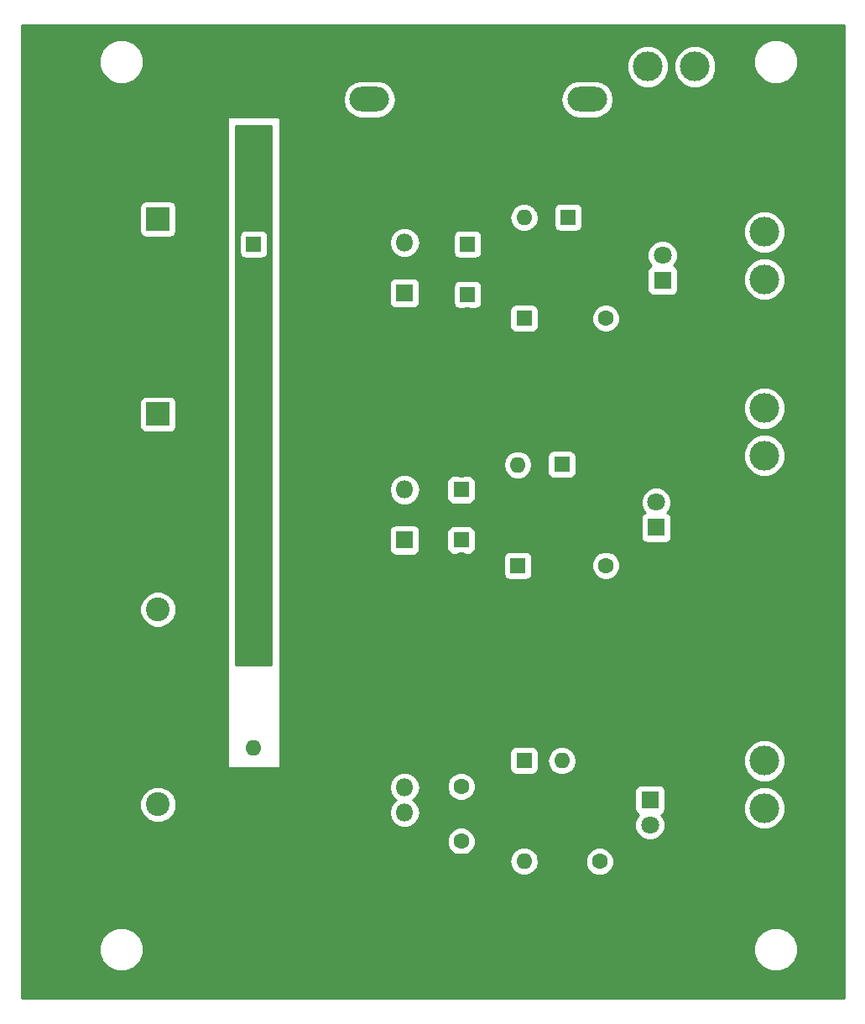
<source format=gbr>
G04 #@! TF.GenerationSoftware,KiCad,Pcbnew,(5.0.0)*
G04 #@! TF.CreationDate,2019-01-08T14:26:09-08:00*
G04 #@! TF.ProjectId,psu_board,7073755F626F6172642E6B696361645F,rev?*
G04 #@! TF.SameCoordinates,Original*
G04 #@! TF.FileFunction,Copper,L2,Bot,Signal*
G04 #@! TF.FilePolarity,Positive*
%FSLAX46Y46*%
G04 Gerber Fmt 4.6, Leading zero omitted, Abs format (unit mm)*
G04 Created by KiCad (PCBNEW (5.0.0)) date 01/08/19 14:26:09*
%MOMM*%
%LPD*%
G01*
G04 APERTURE LIST*
G04 #@! TA.AperFunction,ComponentPad*
%ADD10C,2.400000*%
G04 #@! TD*
G04 #@! TA.AperFunction,ComponentPad*
%ADD11R,2.400000X2.400000*%
G04 #@! TD*
G04 #@! TA.AperFunction,ComponentPad*
%ADD12C,1.600000*%
G04 #@! TD*
G04 #@! TA.AperFunction,ComponentPad*
%ADD13R,1.600000X1.600000*%
G04 #@! TD*
G04 #@! TA.AperFunction,ComponentPad*
%ADD14O,1.600000X1.600000*%
G04 #@! TD*
G04 #@! TA.AperFunction,ComponentPad*
%ADD15C,1.800000*%
G04 #@! TD*
G04 #@! TA.AperFunction,ComponentPad*
%ADD16R,1.800000X1.800000*%
G04 #@! TD*
G04 #@! TA.AperFunction,ComponentPad*
%ADD17O,1.800000X1.800000*%
G04 #@! TD*
G04 #@! TA.AperFunction,ComponentPad*
%ADD18O,4.000000X2.500000*%
G04 #@! TD*
G04 #@! TA.AperFunction,ComponentPad*
%ADD19C,3.000000*%
G04 #@! TD*
G04 #@! TA.AperFunction,Conductor*
%ADD20C,0.254000*%
G04 #@! TD*
G04 APERTURE END LIST*
D10*
G04 #@! TO.P,C2,2*
G04 #@! TO.N,GND*
X107315000Y-90170000D03*
D11*
G04 #@! TO.P,C2,1*
G04 #@! TO.N,Net-(C1-Pad1)*
X114815000Y-90170000D03*
G04 #@! TD*
G04 #@! TO.P,C7,1*
G04 #@! TO.N,GND*
X107315000Y-109855000D03*
D10*
G04 #@! TO.P,C7,2*
G04 #@! TO.N,Net-(C7-Pad2)*
X114815000Y-109855000D03*
G04 #@! TD*
G04 #@! TO.P,C8,2*
G04 #@! TO.N,Net-(C7-Pad2)*
X114815000Y-129540000D03*
D11*
G04 #@! TO.P,C8,1*
G04 #@! TO.N,GND*
X107315000Y-129540000D03*
G04 #@! TD*
D12*
G04 #@! TO.P,C6,2*
G04 #@! TO.N,GND*
X146050000Y-71025000D03*
D13*
G04 #@! TO.P,C6,1*
G04 #@! TO.N,+5V*
X146050000Y-73025000D03*
G04 #@! TD*
G04 #@! TO.P,C9,1*
G04 #@! TO.N,GND*
X145415000Y-135255000D03*
D12*
G04 #@! TO.P,C9,2*
G04 #@! TO.N,Net-(C7-Pad2)*
X145415000Y-133255000D03*
G04 #@! TD*
G04 #@! TO.P,C10,2*
G04 #@! TO.N,-12V*
X145415000Y-127730000D03*
D13*
G04 #@! TO.P,C10,1*
G04 #@! TO.N,GND*
X145415000Y-125730000D03*
G04 #@! TD*
D10*
G04 #@! TO.P,C1,2*
G04 #@! TO.N,GND*
X107315000Y-70485000D03*
D11*
G04 #@! TO.P,C1,1*
G04 #@! TO.N,Net-(C1-Pad1)*
X114815000Y-70485000D03*
G04 #@! TD*
D12*
G04 #@! TO.P,C3,2*
G04 #@! TO.N,GND*
X145415000Y-104870000D03*
D13*
G04 #@! TO.P,C3,1*
G04 #@! TO.N,Net-(C1-Pad1)*
X145415000Y-102870000D03*
G04 #@! TD*
G04 #@! TO.P,C4,1*
G04 #@! TO.N,+12V*
X145415000Y-97790000D03*
D12*
G04 #@! TO.P,C4,2*
G04 #@! TO.N,GND*
X145415000Y-95790000D03*
G04 #@! TD*
G04 #@! TO.P,C5,2*
G04 #@! TO.N,GND*
X146050000Y-80105000D03*
D13*
G04 #@! TO.P,C5,1*
G04 #@! TO.N,Net-(C1-Pad1)*
X146050000Y-78105000D03*
G04 #@! TD*
G04 #@! TO.P,D11,1*
G04 #@! TO.N,GND*
X155575000Y-135295000D03*
D14*
G04 #@! TO.P,D11,2*
G04 #@! TO.N,-12V*
X155575000Y-125135000D03*
G04 #@! TD*
G04 #@! TO.P,D5,2*
G04 #@! TO.N,+5V*
X151765000Y-70332500D03*
D13*
G04 #@! TO.P,D5,1*
G04 #@! TO.N,Net-(C1-Pad1)*
X151765000Y-80492500D03*
G04 #@! TD*
G04 #@! TO.P,D8,1*
G04 #@! TO.N,-12V*
X151765000Y-125095000D03*
D14*
G04 #@! TO.P,D8,2*
G04 #@! TO.N,Net-(C7-Pad2)*
X151765000Y-135255000D03*
G04 #@! TD*
G04 #@! TO.P,D9,2*
G04 #@! TO.N,Net-(C7-Pad2)*
X124460000Y-123825000D03*
D13*
G04 #@! TO.P,D9,1*
G04 #@! TO.N,Net-(D2-Pad2)*
X124460000Y-113665000D03*
G04 #@! TD*
G04 #@! TO.P,D2,1*
G04 #@! TO.N,Net-(C1-Pad1)*
X124460000Y-73025000D03*
D14*
G04 #@! TO.P,D2,2*
G04 #@! TO.N,Net-(D2-Pad2)*
X124460000Y-62865000D03*
G04 #@! TD*
G04 #@! TO.P,D1,2*
G04 #@! TO.N,+12V*
X151130000Y-95270000D03*
D13*
G04 #@! TO.P,D1,1*
G04 #@! TO.N,Net-(C1-Pad1)*
X151130000Y-105430000D03*
G04 #@! TD*
G04 #@! TO.P,D4,1*
G04 #@! TO.N,+12V*
X155575000Y-95230000D03*
D14*
G04 #@! TO.P,D4,2*
G04 #@! TO.N,GND*
X155575000Y-105390000D03*
G04 #@! TD*
G04 #@! TO.P,D7,2*
G04 #@! TO.N,GND*
X156210000Y-80452500D03*
D13*
G04 #@! TO.P,D7,1*
G04 #@! TO.N,+5V*
X156210000Y-70292500D03*
G04 #@! TD*
D15*
G04 #@! TO.P,D3,2*
G04 #@! TO.N,+12V*
X165100000Y-99065000D03*
D16*
G04 #@! TO.P,D3,1*
G04 #@! TO.N,Net-(D3-Pad1)*
X165100000Y-101605000D03*
G04 #@! TD*
G04 #@! TO.P,D10,1*
G04 #@! TO.N,-12V*
X164465000Y-129072500D03*
D15*
G04 #@! TO.P,D10,2*
G04 #@! TO.N,Net-(D10-Pad2)*
X164465000Y-131612500D03*
G04 #@! TD*
G04 #@! TO.P,D6,2*
G04 #@! TO.N,+5V*
X165735000Y-74127500D03*
D16*
G04 #@! TO.P,D6,1*
G04 #@! TO.N,Net-(D6-Pad1)*
X165735000Y-76667500D03*
G04 #@! TD*
D14*
G04 #@! TO.P,R1,2*
G04 #@! TO.N,GND*
X160020000Y-95270000D03*
D12*
G04 #@! TO.P,R1,1*
G04 #@! TO.N,Net-(D3-Pad1)*
X160020000Y-105430000D03*
G04 #@! TD*
G04 #@! TO.P,R2,1*
G04 #@! TO.N,Net-(D6-Pad1)*
X160020000Y-80492500D03*
D14*
G04 #@! TO.P,R2,2*
G04 #@! TO.N,GND*
X160020000Y-70332500D03*
G04 #@! TD*
G04 #@! TO.P,R3,2*
G04 #@! TO.N,GND*
X159385000Y-125135000D03*
D12*
G04 #@! TO.P,R3,1*
G04 #@! TO.N,Net-(D10-Pad2)*
X159385000Y-135295000D03*
G04 #@! TD*
D17*
G04 #@! TO.P,U2,3*
G04 #@! TO.N,+5V*
X139700000Y-72852500D03*
G04 #@! TO.P,U2,2*
G04 #@! TO.N,GND*
X139700000Y-75392500D03*
D16*
G04 #@! TO.P,U2,1*
G04 #@! TO.N,Net-(C1-Pad1)*
X139700000Y-77932500D03*
G04 #@! TD*
G04 #@! TO.P,U3,1*
G04 #@! TO.N,GND*
X139700000Y-132887500D03*
D17*
G04 #@! TO.P,U3,2*
G04 #@! TO.N,Net-(C7-Pad2)*
X139700000Y-130347500D03*
G04 #@! TO.P,U3,3*
G04 #@! TO.N,-12V*
X139700000Y-127807500D03*
G04 #@! TD*
G04 #@! TO.P,U1,3*
G04 #@! TO.N,+12V*
X139700000Y-97790000D03*
G04 #@! TO.P,U1,2*
G04 #@! TO.N,GND*
X139700000Y-100330000D03*
D16*
G04 #@! TO.P,U1,1*
G04 #@! TO.N,Net-(C1-Pad1)*
X139700000Y-102870000D03*
G04 #@! TD*
D18*
G04 #@! TO.P,F1,2*
G04 #@! TO.N,+12VA*
X158144000Y-58420000D03*
G04 #@! TO.P,F1,1*
G04 #@! TO.N,Net-(D2-Pad2)*
X136144000Y-58420000D03*
G04 #@! TD*
D19*
G04 #@! TO.P,J1,2*
G04 #@! TO.N,+12VA*
X169004000Y-55118000D03*
G04 #@! TO.P,J1,1*
X164244000Y-55118000D03*
G04 #@! TD*
G04 #@! TO.P,J2,2*
G04 #@! TO.N,+5V*
X176022000Y-71788000D03*
G04 #@! TO.P,J2,1*
X176022000Y-76548000D03*
G04 #@! TD*
G04 #@! TO.P,J3,1*
G04 #@! TO.N,+12V*
X176022000Y-94328000D03*
G04 #@! TO.P,J3,2*
X176022000Y-89568000D03*
G04 #@! TD*
G04 #@! TO.P,J4,2*
G04 #@! TO.N,GND*
X176022000Y-107348000D03*
G04 #@! TO.P,J4,1*
X176022000Y-112108000D03*
G04 #@! TD*
G04 #@! TO.P,J5,1*
G04 #@! TO.N,-12V*
X176022000Y-129888000D03*
G04 #@! TO.P,J5,2*
X176022000Y-125128000D03*
G04 #@! TD*
G04 #@! TO.P,J6,1*
G04 #@! TO.N,GND*
X124112000Y-55118000D03*
G04 #@! TO.P,J6,2*
X128872000Y-55118000D03*
G04 #@! TD*
D20*
G04 #@! TO.N,GND*
G36*
X184023000Y-149098000D02*
X101092000Y-149098000D01*
X101092000Y-143700431D01*
X108890000Y-143700431D01*
X108890000Y-144589569D01*
X109230259Y-145411026D01*
X109858974Y-146039741D01*
X110680431Y-146380000D01*
X111569569Y-146380000D01*
X112391026Y-146039741D01*
X113019741Y-145411026D01*
X113360000Y-144589569D01*
X113360000Y-143700431D01*
X174930000Y-143700431D01*
X174930000Y-144589569D01*
X175270259Y-145411026D01*
X175898974Y-146039741D01*
X176720431Y-146380000D01*
X177609569Y-146380000D01*
X178431026Y-146039741D01*
X179059741Y-145411026D01*
X179400000Y-144589569D01*
X179400000Y-143700431D01*
X179059741Y-142878974D01*
X178431026Y-142250259D01*
X177609569Y-141910000D01*
X176720431Y-141910000D01*
X175898974Y-142250259D01*
X175270259Y-142878974D01*
X174930000Y-143700431D01*
X113360000Y-143700431D01*
X113019741Y-142878974D01*
X112391026Y-142250259D01*
X111569569Y-141910000D01*
X110680431Y-141910000D01*
X109858974Y-142250259D01*
X109230259Y-142878974D01*
X108890000Y-143700431D01*
X101092000Y-143700431D01*
X101092000Y-135255000D01*
X150301887Y-135255000D01*
X150413260Y-135814909D01*
X150730423Y-136289577D01*
X151205091Y-136606740D01*
X151623667Y-136690000D01*
X151906333Y-136690000D01*
X152324909Y-136606740D01*
X152799577Y-136289577D01*
X153116740Y-135814909D01*
X153228113Y-135255000D01*
X153179293Y-135009561D01*
X157950000Y-135009561D01*
X157950000Y-135580439D01*
X158168466Y-136107862D01*
X158572138Y-136511534D01*
X159099561Y-136730000D01*
X159670439Y-136730000D01*
X160197862Y-136511534D01*
X160601534Y-136107862D01*
X160820000Y-135580439D01*
X160820000Y-135009561D01*
X160601534Y-134482138D01*
X160197862Y-134078466D01*
X159670439Y-133860000D01*
X159099561Y-133860000D01*
X158572138Y-134078466D01*
X158168466Y-134482138D01*
X157950000Y-135009561D01*
X153179293Y-135009561D01*
X153116740Y-134695091D01*
X152799577Y-134220423D01*
X152324909Y-133903260D01*
X151906333Y-133820000D01*
X151623667Y-133820000D01*
X151205091Y-133903260D01*
X150730423Y-134220423D01*
X150413260Y-134695091D01*
X150301887Y-135255000D01*
X101092000Y-135255000D01*
X101092000Y-132969561D01*
X143980000Y-132969561D01*
X143980000Y-133540439D01*
X144198466Y-134067862D01*
X144602138Y-134471534D01*
X145129561Y-134690000D01*
X145700439Y-134690000D01*
X146227862Y-134471534D01*
X146631534Y-134067862D01*
X146850000Y-133540439D01*
X146850000Y-132969561D01*
X146631534Y-132442138D01*
X146227862Y-132038466D01*
X145700439Y-131820000D01*
X145129561Y-131820000D01*
X144602138Y-132038466D01*
X144198466Y-132442138D01*
X143980000Y-132969561D01*
X101092000Y-132969561D01*
X101092000Y-129174996D01*
X112980000Y-129174996D01*
X112980000Y-129905004D01*
X113259362Y-130579444D01*
X113775556Y-131095638D01*
X114449996Y-131375000D01*
X115180004Y-131375000D01*
X115854444Y-131095638D01*
X116370638Y-130579444D01*
X116650000Y-129905004D01*
X116650000Y-129174996D01*
X116370638Y-128500556D01*
X115854444Y-127984362D01*
X115427462Y-127807500D01*
X138134928Y-127807500D01*
X138254062Y-128406427D01*
X138593327Y-128914173D01*
X138837763Y-129077500D01*
X138593327Y-129240827D01*
X138254062Y-129748573D01*
X138134928Y-130347500D01*
X138254062Y-130946427D01*
X138593327Y-131454173D01*
X139101073Y-131793438D01*
X139548818Y-131882500D01*
X139851182Y-131882500D01*
X140298927Y-131793438D01*
X140806673Y-131454173D01*
X141145938Y-130946427D01*
X141265072Y-130347500D01*
X141145938Y-129748573D01*
X140806673Y-129240827D01*
X140562237Y-129077500D01*
X140806673Y-128914173D01*
X141145938Y-128406427D01*
X141265072Y-127807500D01*
X141192879Y-127444561D01*
X143980000Y-127444561D01*
X143980000Y-128015439D01*
X144198466Y-128542862D01*
X144602138Y-128946534D01*
X145129561Y-129165000D01*
X145700439Y-129165000D01*
X146227862Y-128946534D01*
X146631534Y-128542862D01*
X146784943Y-128172500D01*
X162917560Y-128172500D01*
X162917560Y-129972500D01*
X162966843Y-130220265D01*
X163107191Y-130430309D01*
X163317235Y-130570657D01*
X163332908Y-130573775D01*
X163163690Y-130742993D01*
X162930000Y-131307170D01*
X162930000Y-131917830D01*
X163163690Y-132482007D01*
X163595493Y-132913810D01*
X164159670Y-133147500D01*
X164770330Y-133147500D01*
X165334507Y-132913810D01*
X165766310Y-132482007D01*
X166000000Y-131917830D01*
X166000000Y-131307170D01*
X165766310Y-130742993D01*
X165597092Y-130573775D01*
X165612765Y-130570657D01*
X165822809Y-130430309D01*
X165963157Y-130220265D01*
X166012440Y-129972500D01*
X166012440Y-129463322D01*
X173887000Y-129463322D01*
X173887000Y-130312678D01*
X174212034Y-131097380D01*
X174812620Y-131697966D01*
X175597322Y-132023000D01*
X176446678Y-132023000D01*
X177231380Y-131697966D01*
X177831966Y-131097380D01*
X178157000Y-130312678D01*
X178157000Y-129463322D01*
X177831966Y-128678620D01*
X177231380Y-128078034D01*
X176446678Y-127753000D01*
X175597322Y-127753000D01*
X174812620Y-128078034D01*
X174212034Y-128678620D01*
X173887000Y-129463322D01*
X166012440Y-129463322D01*
X166012440Y-128172500D01*
X165963157Y-127924735D01*
X165822809Y-127714691D01*
X165612765Y-127574343D01*
X165365000Y-127525060D01*
X163565000Y-127525060D01*
X163317235Y-127574343D01*
X163107191Y-127714691D01*
X162966843Y-127924735D01*
X162917560Y-128172500D01*
X146784943Y-128172500D01*
X146850000Y-128015439D01*
X146850000Y-127444561D01*
X146631534Y-126917138D01*
X146227862Y-126513466D01*
X145700439Y-126295000D01*
X145129561Y-126295000D01*
X144602138Y-126513466D01*
X144198466Y-126917138D01*
X143980000Y-127444561D01*
X141192879Y-127444561D01*
X141145938Y-127208573D01*
X140806673Y-126700827D01*
X140298927Y-126361562D01*
X139851182Y-126272500D01*
X139548818Y-126272500D01*
X139101073Y-126361562D01*
X138593327Y-126700827D01*
X138254062Y-127208573D01*
X138134928Y-127807500D01*
X115427462Y-127807500D01*
X115180004Y-127705000D01*
X114449996Y-127705000D01*
X113775556Y-127984362D01*
X113259362Y-128500556D01*
X112980000Y-129174996D01*
X101092000Y-129174996D01*
X101092000Y-109489996D01*
X112980000Y-109489996D01*
X112980000Y-110220004D01*
X113259362Y-110894444D01*
X113775556Y-111410638D01*
X114449996Y-111690000D01*
X115180004Y-111690000D01*
X115854444Y-111410638D01*
X116370638Y-110894444D01*
X116650000Y-110220004D01*
X116650000Y-109489996D01*
X116370638Y-108815556D01*
X115854444Y-108299362D01*
X115180004Y-108020000D01*
X114449996Y-108020000D01*
X113775556Y-108299362D01*
X113259362Y-108815556D01*
X112980000Y-109489996D01*
X101092000Y-109489996D01*
X101092000Y-88970000D01*
X112967560Y-88970000D01*
X112967560Y-91370000D01*
X113016843Y-91617765D01*
X113157191Y-91827809D01*
X113367235Y-91968157D01*
X113615000Y-92017440D01*
X116015000Y-92017440D01*
X116262765Y-91968157D01*
X116472809Y-91827809D01*
X116613157Y-91617765D01*
X116662440Y-91370000D01*
X116662440Y-88970000D01*
X116613157Y-88722235D01*
X116472809Y-88512191D01*
X116262765Y-88371843D01*
X116015000Y-88322560D01*
X113615000Y-88322560D01*
X113367235Y-88371843D01*
X113157191Y-88512191D01*
X113016843Y-88722235D01*
X112967560Y-88970000D01*
X101092000Y-88970000D01*
X101092000Y-69285000D01*
X112967560Y-69285000D01*
X112967560Y-71685000D01*
X113016843Y-71932765D01*
X113157191Y-72142809D01*
X113367235Y-72283157D01*
X113615000Y-72332440D01*
X116015000Y-72332440D01*
X116262765Y-72283157D01*
X116472809Y-72142809D01*
X116613157Y-71932765D01*
X116662440Y-71685000D01*
X116662440Y-69285000D01*
X116613157Y-69037235D01*
X116472809Y-68827191D01*
X116262765Y-68686843D01*
X116015000Y-68637560D01*
X113615000Y-68637560D01*
X113367235Y-68686843D01*
X113157191Y-68827191D01*
X113016843Y-69037235D01*
X112967560Y-69285000D01*
X101092000Y-69285000D01*
X101092000Y-60325000D01*
X121793000Y-60325000D01*
X121793000Y-125730000D01*
X121802667Y-125778601D01*
X121830197Y-125819803D01*
X121871399Y-125847333D01*
X121920000Y-125857000D01*
X127000000Y-125857000D01*
X127048601Y-125847333D01*
X127089803Y-125819803D01*
X127117333Y-125778601D01*
X127127000Y-125730000D01*
X127127000Y-124295000D01*
X150317560Y-124295000D01*
X150317560Y-125895000D01*
X150366843Y-126142765D01*
X150507191Y-126352809D01*
X150717235Y-126493157D01*
X150965000Y-126542440D01*
X152565000Y-126542440D01*
X152812765Y-126493157D01*
X153022809Y-126352809D01*
X153163157Y-126142765D01*
X153212440Y-125895000D01*
X153212440Y-125135000D01*
X154111887Y-125135000D01*
X154223260Y-125694909D01*
X154540423Y-126169577D01*
X155015091Y-126486740D01*
X155433667Y-126570000D01*
X155716333Y-126570000D01*
X156134909Y-126486740D01*
X156609577Y-126169577D01*
X156926740Y-125694909D01*
X157038113Y-125135000D01*
X156952247Y-124703322D01*
X173887000Y-124703322D01*
X173887000Y-125552678D01*
X174212034Y-126337380D01*
X174812620Y-126937966D01*
X175597322Y-127263000D01*
X176446678Y-127263000D01*
X177231380Y-126937966D01*
X177831966Y-126337380D01*
X178157000Y-125552678D01*
X178157000Y-124703322D01*
X177831966Y-123918620D01*
X177231380Y-123318034D01*
X176446678Y-122993000D01*
X175597322Y-122993000D01*
X174812620Y-123318034D01*
X174212034Y-123918620D01*
X173887000Y-124703322D01*
X156952247Y-124703322D01*
X156926740Y-124575091D01*
X156609577Y-124100423D01*
X156134909Y-123783260D01*
X155716333Y-123700000D01*
X155433667Y-123700000D01*
X155015091Y-123783260D01*
X154540423Y-124100423D01*
X154223260Y-124575091D01*
X154111887Y-125135000D01*
X153212440Y-125135000D01*
X153212440Y-124295000D01*
X153163157Y-124047235D01*
X153022809Y-123837191D01*
X152812765Y-123696843D01*
X152565000Y-123647560D01*
X150965000Y-123647560D01*
X150717235Y-123696843D01*
X150507191Y-123837191D01*
X150366843Y-124047235D01*
X150317560Y-124295000D01*
X127127000Y-124295000D01*
X127127000Y-104630000D01*
X149682560Y-104630000D01*
X149682560Y-106230000D01*
X149731843Y-106477765D01*
X149872191Y-106687809D01*
X150082235Y-106828157D01*
X150330000Y-106877440D01*
X151930000Y-106877440D01*
X152177765Y-106828157D01*
X152387809Y-106687809D01*
X152528157Y-106477765D01*
X152577440Y-106230000D01*
X152577440Y-105144561D01*
X158585000Y-105144561D01*
X158585000Y-105715439D01*
X158803466Y-106242862D01*
X159207138Y-106646534D01*
X159734561Y-106865000D01*
X160305439Y-106865000D01*
X160832862Y-106646534D01*
X161236534Y-106242862D01*
X161455000Y-105715439D01*
X161455000Y-105144561D01*
X161236534Y-104617138D01*
X160832862Y-104213466D01*
X160305439Y-103995000D01*
X159734561Y-103995000D01*
X159207138Y-104213466D01*
X158803466Y-104617138D01*
X158585000Y-105144561D01*
X152577440Y-105144561D01*
X152577440Y-104630000D01*
X152528157Y-104382235D01*
X152387809Y-104172191D01*
X152177765Y-104031843D01*
X151930000Y-103982560D01*
X150330000Y-103982560D01*
X150082235Y-104031843D01*
X149872191Y-104172191D01*
X149731843Y-104382235D01*
X149682560Y-104630000D01*
X127127000Y-104630000D01*
X127127000Y-101970000D01*
X138152560Y-101970000D01*
X138152560Y-103770000D01*
X138201843Y-104017765D01*
X138342191Y-104227809D01*
X138552235Y-104368157D01*
X138800000Y-104417440D01*
X140600000Y-104417440D01*
X140847765Y-104368157D01*
X141057809Y-104227809D01*
X141198157Y-104017765D01*
X141247440Y-103770000D01*
X141247440Y-102070000D01*
X143967560Y-102070000D01*
X143967560Y-103670000D01*
X144016843Y-103917765D01*
X144157191Y-104127809D01*
X144367235Y-104268157D01*
X144615000Y-104317440D01*
X146215000Y-104317440D01*
X146462765Y-104268157D01*
X146672809Y-104127809D01*
X146813157Y-103917765D01*
X146862440Y-103670000D01*
X146862440Y-102070000D01*
X146813157Y-101822235D01*
X146672809Y-101612191D01*
X146462765Y-101471843D01*
X146215000Y-101422560D01*
X144615000Y-101422560D01*
X144367235Y-101471843D01*
X144157191Y-101612191D01*
X144016843Y-101822235D01*
X143967560Y-102070000D01*
X141247440Y-102070000D01*
X141247440Y-101970000D01*
X141198157Y-101722235D01*
X141057809Y-101512191D01*
X140847765Y-101371843D01*
X140600000Y-101322560D01*
X138800000Y-101322560D01*
X138552235Y-101371843D01*
X138342191Y-101512191D01*
X138201843Y-101722235D01*
X138152560Y-101970000D01*
X127127000Y-101970000D01*
X127127000Y-100705000D01*
X163552560Y-100705000D01*
X163552560Y-102505000D01*
X163601843Y-102752765D01*
X163742191Y-102962809D01*
X163952235Y-103103157D01*
X164200000Y-103152440D01*
X166000000Y-103152440D01*
X166247765Y-103103157D01*
X166457809Y-102962809D01*
X166598157Y-102752765D01*
X166647440Y-102505000D01*
X166647440Y-100705000D01*
X166598157Y-100457235D01*
X166457809Y-100247191D01*
X166247765Y-100106843D01*
X166232092Y-100103725D01*
X166401310Y-99934507D01*
X166635000Y-99370330D01*
X166635000Y-98759670D01*
X166401310Y-98195493D01*
X165969507Y-97763690D01*
X165405330Y-97530000D01*
X164794670Y-97530000D01*
X164230493Y-97763690D01*
X163798690Y-98195493D01*
X163565000Y-98759670D01*
X163565000Y-99370330D01*
X163798690Y-99934507D01*
X163967908Y-100103725D01*
X163952235Y-100106843D01*
X163742191Y-100247191D01*
X163601843Y-100457235D01*
X163552560Y-100705000D01*
X127127000Y-100705000D01*
X127127000Y-97790000D01*
X138134928Y-97790000D01*
X138254062Y-98388927D01*
X138593327Y-98896673D01*
X139101073Y-99235938D01*
X139548818Y-99325000D01*
X139851182Y-99325000D01*
X140298927Y-99235938D01*
X140806673Y-98896673D01*
X141145938Y-98388927D01*
X141265072Y-97790000D01*
X141145938Y-97191073D01*
X141011586Y-96990000D01*
X143967560Y-96990000D01*
X143967560Y-98590000D01*
X144016843Y-98837765D01*
X144157191Y-99047809D01*
X144367235Y-99188157D01*
X144615000Y-99237440D01*
X146215000Y-99237440D01*
X146462765Y-99188157D01*
X146672809Y-99047809D01*
X146813157Y-98837765D01*
X146862440Y-98590000D01*
X146862440Y-96990000D01*
X146813157Y-96742235D01*
X146672809Y-96532191D01*
X146462765Y-96391843D01*
X146215000Y-96342560D01*
X144615000Y-96342560D01*
X144367235Y-96391843D01*
X144157191Y-96532191D01*
X144016843Y-96742235D01*
X143967560Y-96990000D01*
X141011586Y-96990000D01*
X140806673Y-96683327D01*
X140298927Y-96344062D01*
X139851182Y-96255000D01*
X139548818Y-96255000D01*
X139101073Y-96344062D01*
X138593327Y-96683327D01*
X138254062Y-97191073D01*
X138134928Y-97790000D01*
X127127000Y-97790000D01*
X127127000Y-95270000D01*
X149666887Y-95270000D01*
X149778260Y-95829909D01*
X150095423Y-96304577D01*
X150570091Y-96621740D01*
X150988667Y-96705000D01*
X151271333Y-96705000D01*
X151689909Y-96621740D01*
X152164577Y-96304577D01*
X152481740Y-95829909D01*
X152593113Y-95270000D01*
X152481740Y-94710091D01*
X152294590Y-94430000D01*
X154127560Y-94430000D01*
X154127560Y-96030000D01*
X154176843Y-96277765D01*
X154317191Y-96487809D01*
X154527235Y-96628157D01*
X154775000Y-96677440D01*
X156375000Y-96677440D01*
X156622765Y-96628157D01*
X156832809Y-96487809D01*
X156973157Y-96277765D01*
X157022440Y-96030000D01*
X157022440Y-94430000D01*
X156973157Y-94182235D01*
X156832809Y-93972191D01*
X156729741Y-93903322D01*
X173887000Y-93903322D01*
X173887000Y-94752678D01*
X174212034Y-95537380D01*
X174812620Y-96137966D01*
X175597322Y-96463000D01*
X176446678Y-96463000D01*
X177231380Y-96137966D01*
X177831966Y-95537380D01*
X178157000Y-94752678D01*
X178157000Y-93903322D01*
X177831966Y-93118620D01*
X177231380Y-92518034D01*
X176446678Y-92193000D01*
X175597322Y-92193000D01*
X174812620Y-92518034D01*
X174212034Y-93118620D01*
X173887000Y-93903322D01*
X156729741Y-93903322D01*
X156622765Y-93831843D01*
X156375000Y-93782560D01*
X154775000Y-93782560D01*
X154527235Y-93831843D01*
X154317191Y-93972191D01*
X154176843Y-94182235D01*
X154127560Y-94430000D01*
X152294590Y-94430000D01*
X152164577Y-94235423D01*
X151689909Y-93918260D01*
X151271333Y-93835000D01*
X150988667Y-93835000D01*
X150570091Y-93918260D01*
X150095423Y-94235423D01*
X149778260Y-94710091D01*
X149666887Y-95270000D01*
X127127000Y-95270000D01*
X127127000Y-89143322D01*
X173887000Y-89143322D01*
X173887000Y-89992678D01*
X174212034Y-90777380D01*
X174812620Y-91377966D01*
X175597322Y-91703000D01*
X176446678Y-91703000D01*
X177231380Y-91377966D01*
X177831966Y-90777380D01*
X178157000Y-89992678D01*
X178157000Y-89143322D01*
X177831966Y-88358620D01*
X177231380Y-87758034D01*
X176446678Y-87433000D01*
X175597322Y-87433000D01*
X174812620Y-87758034D01*
X174212034Y-88358620D01*
X173887000Y-89143322D01*
X127127000Y-89143322D01*
X127127000Y-79692500D01*
X150317560Y-79692500D01*
X150317560Y-81292500D01*
X150366843Y-81540265D01*
X150507191Y-81750309D01*
X150717235Y-81890657D01*
X150965000Y-81939940D01*
X152565000Y-81939940D01*
X152812765Y-81890657D01*
X153022809Y-81750309D01*
X153163157Y-81540265D01*
X153212440Y-81292500D01*
X153212440Y-80207061D01*
X158585000Y-80207061D01*
X158585000Y-80777939D01*
X158803466Y-81305362D01*
X159207138Y-81709034D01*
X159734561Y-81927500D01*
X160305439Y-81927500D01*
X160832862Y-81709034D01*
X161236534Y-81305362D01*
X161455000Y-80777939D01*
X161455000Y-80207061D01*
X161236534Y-79679638D01*
X160832862Y-79275966D01*
X160305439Y-79057500D01*
X159734561Y-79057500D01*
X159207138Y-79275966D01*
X158803466Y-79679638D01*
X158585000Y-80207061D01*
X153212440Y-80207061D01*
X153212440Y-79692500D01*
X153163157Y-79444735D01*
X153022809Y-79234691D01*
X152812765Y-79094343D01*
X152565000Y-79045060D01*
X150965000Y-79045060D01*
X150717235Y-79094343D01*
X150507191Y-79234691D01*
X150366843Y-79444735D01*
X150317560Y-79692500D01*
X127127000Y-79692500D01*
X127127000Y-77032500D01*
X138152560Y-77032500D01*
X138152560Y-78832500D01*
X138201843Y-79080265D01*
X138342191Y-79290309D01*
X138552235Y-79430657D01*
X138800000Y-79479940D01*
X140600000Y-79479940D01*
X140847765Y-79430657D01*
X141057809Y-79290309D01*
X141198157Y-79080265D01*
X141247440Y-78832500D01*
X141247440Y-77305000D01*
X144602560Y-77305000D01*
X144602560Y-78905000D01*
X144651843Y-79152765D01*
X144792191Y-79362809D01*
X145002235Y-79503157D01*
X145250000Y-79552440D01*
X146850000Y-79552440D01*
X147097765Y-79503157D01*
X147307809Y-79362809D01*
X147448157Y-79152765D01*
X147497440Y-78905000D01*
X147497440Y-77305000D01*
X147448157Y-77057235D01*
X147307809Y-76847191D01*
X147097765Y-76706843D01*
X146850000Y-76657560D01*
X145250000Y-76657560D01*
X145002235Y-76706843D01*
X144792191Y-76847191D01*
X144651843Y-77057235D01*
X144602560Y-77305000D01*
X141247440Y-77305000D01*
X141247440Y-77032500D01*
X141198157Y-76784735D01*
X141057809Y-76574691D01*
X140847765Y-76434343D01*
X140600000Y-76385060D01*
X138800000Y-76385060D01*
X138552235Y-76434343D01*
X138342191Y-76574691D01*
X138201843Y-76784735D01*
X138152560Y-77032500D01*
X127127000Y-77032500D01*
X127127000Y-75767500D01*
X164187560Y-75767500D01*
X164187560Y-77567500D01*
X164236843Y-77815265D01*
X164377191Y-78025309D01*
X164587235Y-78165657D01*
X164835000Y-78214940D01*
X166635000Y-78214940D01*
X166882765Y-78165657D01*
X167092809Y-78025309D01*
X167233157Y-77815265D01*
X167282440Y-77567500D01*
X167282440Y-76123322D01*
X173887000Y-76123322D01*
X173887000Y-76972678D01*
X174212034Y-77757380D01*
X174812620Y-78357966D01*
X175597322Y-78683000D01*
X176446678Y-78683000D01*
X177231380Y-78357966D01*
X177831966Y-77757380D01*
X178157000Y-76972678D01*
X178157000Y-76123322D01*
X177831966Y-75338620D01*
X177231380Y-74738034D01*
X176446678Y-74413000D01*
X175597322Y-74413000D01*
X174812620Y-74738034D01*
X174212034Y-75338620D01*
X173887000Y-76123322D01*
X167282440Y-76123322D01*
X167282440Y-75767500D01*
X167233157Y-75519735D01*
X167092809Y-75309691D01*
X166882765Y-75169343D01*
X166867092Y-75166225D01*
X167036310Y-74997007D01*
X167270000Y-74432830D01*
X167270000Y-73822170D01*
X167036310Y-73257993D01*
X166604507Y-72826190D01*
X166040330Y-72592500D01*
X165429670Y-72592500D01*
X164865493Y-72826190D01*
X164433690Y-73257993D01*
X164200000Y-73822170D01*
X164200000Y-74432830D01*
X164433690Y-74997007D01*
X164602908Y-75166225D01*
X164587235Y-75169343D01*
X164377191Y-75309691D01*
X164236843Y-75519735D01*
X164187560Y-75767500D01*
X127127000Y-75767500D01*
X127127000Y-72852500D01*
X138134928Y-72852500D01*
X138254062Y-73451427D01*
X138593327Y-73959173D01*
X139101073Y-74298438D01*
X139548818Y-74387500D01*
X139851182Y-74387500D01*
X140298927Y-74298438D01*
X140806673Y-73959173D01*
X141145938Y-73451427D01*
X141265072Y-72852500D01*
X141145938Y-72253573D01*
X141126847Y-72225000D01*
X144602560Y-72225000D01*
X144602560Y-73825000D01*
X144651843Y-74072765D01*
X144792191Y-74282809D01*
X145002235Y-74423157D01*
X145250000Y-74472440D01*
X146850000Y-74472440D01*
X147097765Y-74423157D01*
X147307809Y-74282809D01*
X147448157Y-74072765D01*
X147497440Y-73825000D01*
X147497440Y-72225000D01*
X147448157Y-71977235D01*
X147307809Y-71767191D01*
X147097765Y-71626843D01*
X146850000Y-71577560D01*
X145250000Y-71577560D01*
X145002235Y-71626843D01*
X144792191Y-71767191D01*
X144651843Y-71977235D01*
X144602560Y-72225000D01*
X141126847Y-72225000D01*
X140806673Y-71745827D01*
X140298927Y-71406562D01*
X139851182Y-71317500D01*
X139548818Y-71317500D01*
X139101073Y-71406562D01*
X138593327Y-71745827D01*
X138254062Y-72253573D01*
X138134928Y-72852500D01*
X127127000Y-72852500D01*
X127127000Y-70332500D01*
X150301887Y-70332500D01*
X150413260Y-70892409D01*
X150730423Y-71367077D01*
X151205091Y-71684240D01*
X151623667Y-71767500D01*
X151906333Y-71767500D01*
X152324909Y-71684240D01*
X152799577Y-71367077D01*
X153116740Y-70892409D01*
X153228113Y-70332500D01*
X153116740Y-69772591D01*
X152929590Y-69492500D01*
X154762560Y-69492500D01*
X154762560Y-71092500D01*
X154811843Y-71340265D01*
X154952191Y-71550309D01*
X155162235Y-71690657D01*
X155410000Y-71739940D01*
X157010000Y-71739940D01*
X157257765Y-71690657D01*
X157467809Y-71550309D01*
X157592750Y-71363322D01*
X173887000Y-71363322D01*
X173887000Y-72212678D01*
X174212034Y-72997380D01*
X174812620Y-73597966D01*
X175597322Y-73923000D01*
X176446678Y-73923000D01*
X177231380Y-73597966D01*
X177831966Y-72997380D01*
X178157000Y-72212678D01*
X178157000Y-71363322D01*
X177831966Y-70578620D01*
X177231380Y-69978034D01*
X176446678Y-69653000D01*
X175597322Y-69653000D01*
X174812620Y-69978034D01*
X174212034Y-70578620D01*
X173887000Y-71363322D01*
X157592750Y-71363322D01*
X157608157Y-71340265D01*
X157657440Y-71092500D01*
X157657440Y-69492500D01*
X157608157Y-69244735D01*
X157467809Y-69034691D01*
X157257765Y-68894343D01*
X157010000Y-68845060D01*
X155410000Y-68845060D01*
X155162235Y-68894343D01*
X154952191Y-69034691D01*
X154811843Y-69244735D01*
X154762560Y-69492500D01*
X152929590Y-69492500D01*
X152799577Y-69297923D01*
X152324909Y-68980760D01*
X151906333Y-68897500D01*
X151623667Y-68897500D01*
X151205091Y-68980760D01*
X150730423Y-69297923D01*
X150413260Y-69772591D01*
X150301887Y-70332500D01*
X127127000Y-70332500D01*
X127127000Y-60325000D01*
X127117333Y-60276399D01*
X127089803Y-60235197D01*
X127048601Y-60207667D01*
X127000000Y-60198000D01*
X121920000Y-60198000D01*
X121871399Y-60207667D01*
X121830197Y-60235197D01*
X121802667Y-60276399D01*
X121793000Y-60325000D01*
X101092000Y-60325000D01*
X101092000Y-58420000D01*
X133472071Y-58420000D01*
X133618369Y-59155490D01*
X134034991Y-59779009D01*
X134658510Y-60195631D01*
X135208345Y-60305000D01*
X137079655Y-60305000D01*
X137629490Y-60195631D01*
X138253009Y-59779009D01*
X138669631Y-59155490D01*
X138815929Y-58420000D01*
X155472071Y-58420000D01*
X155618369Y-59155490D01*
X156034991Y-59779009D01*
X156658510Y-60195631D01*
X157208345Y-60305000D01*
X159079655Y-60305000D01*
X159629490Y-60195631D01*
X160253009Y-59779009D01*
X160669631Y-59155490D01*
X160815929Y-58420000D01*
X160669631Y-57684510D01*
X160253009Y-57060991D01*
X159629490Y-56644369D01*
X159079655Y-56535000D01*
X157208345Y-56535000D01*
X156658510Y-56644369D01*
X156034991Y-57060991D01*
X155618369Y-57684510D01*
X155472071Y-58420000D01*
X138815929Y-58420000D01*
X138669631Y-57684510D01*
X138253009Y-57060991D01*
X137629490Y-56644369D01*
X137079655Y-56535000D01*
X135208345Y-56535000D01*
X134658510Y-56644369D01*
X134034991Y-57060991D01*
X133618369Y-57684510D01*
X133472071Y-58420000D01*
X101092000Y-58420000D01*
X101092000Y-54165431D01*
X108890000Y-54165431D01*
X108890000Y-55054569D01*
X109230259Y-55876026D01*
X109858974Y-56504741D01*
X110680431Y-56845000D01*
X111569569Y-56845000D01*
X112391026Y-56504741D01*
X113019741Y-55876026D01*
X113360000Y-55054569D01*
X113360000Y-54693322D01*
X162109000Y-54693322D01*
X162109000Y-55542678D01*
X162434034Y-56327380D01*
X163034620Y-56927966D01*
X163819322Y-57253000D01*
X164668678Y-57253000D01*
X165453380Y-56927966D01*
X166053966Y-56327380D01*
X166379000Y-55542678D01*
X166379000Y-54693322D01*
X166869000Y-54693322D01*
X166869000Y-55542678D01*
X167194034Y-56327380D01*
X167794620Y-56927966D01*
X168579322Y-57253000D01*
X169428678Y-57253000D01*
X170213380Y-56927966D01*
X170813966Y-56327380D01*
X171139000Y-55542678D01*
X171139000Y-54693322D01*
X170920341Y-54165431D01*
X174930000Y-54165431D01*
X174930000Y-55054569D01*
X175270259Y-55876026D01*
X175898974Y-56504741D01*
X176720431Y-56845000D01*
X177609569Y-56845000D01*
X178431026Y-56504741D01*
X179059741Y-55876026D01*
X179400000Y-55054569D01*
X179400000Y-54165431D01*
X179059741Y-53343974D01*
X178431026Y-52715259D01*
X177609569Y-52375000D01*
X176720431Y-52375000D01*
X175898974Y-52715259D01*
X175270259Y-53343974D01*
X174930000Y-54165431D01*
X170920341Y-54165431D01*
X170813966Y-53908620D01*
X170213380Y-53308034D01*
X169428678Y-52983000D01*
X168579322Y-52983000D01*
X167794620Y-53308034D01*
X167194034Y-53908620D01*
X166869000Y-54693322D01*
X166379000Y-54693322D01*
X166053966Y-53908620D01*
X165453380Y-53308034D01*
X164668678Y-52983000D01*
X163819322Y-52983000D01*
X163034620Y-53308034D01*
X162434034Y-53908620D01*
X162109000Y-54693322D01*
X113360000Y-54693322D01*
X113360000Y-54165431D01*
X113019741Y-53343974D01*
X112391026Y-52715259D01*
X111569569Y-52375000D01*
X110680431Y-52375000D01*
X109858974Y-52715259D01*
X109230259Y-53343974D01*
X108890000Y-54165431D01*
X101092000Y-54165431D01*
X101092000Y-50927000D01*
X184023000Y-50927000D01*
X184023000Y-149098000D01*
X184023000Y-149098000D01*
G37*
X184023000Y-149098000D02*
X101092000Y-149098000D01*
X101092000Y-143700431D01*
X108890000Y-143700431D01*
X108890000Y-144589569D01*
X109230259Y-145411026D01*
X109858974Y-146039741D01*
X110680431Y-146380000D01*
X111569569Y-146380000D01*
X112391026Y-146039741D01*
X113019741Y-145411026D01*
X113360000Y-144589569D01*
X113360000Y-143700431D01*
X174930000Y-143700431D01*
X174930000Y-144589569D01*
X175270259Y-145411026D01*
X175898974Y-146039741D01*
X176720431Y-146380000D01*
X177609569Y-146380000D01*
X178431026Y-146039741D01*
X179059741Y-145411026D01*
X179400000Y-144589569D01*
X179400000Y-143700431D01*
X179059741Y-142878974D01*
X178431026Y-142250259D01*
X177609569Y-141910000D01*
X176720431Y-141910000D01*
X175898974Y-142250259D01*
X175270259Y-142878974D01*
X174930000Y-143700431D01*
X113360000Y-143700431D01*
X113019741Y-142878974D01*
X112391026Y-142250259D01*
X111569569Y-141910000D01*
X110680431Y-141910000D01*
X109858974Y-142250259D01*
X109230259Y-142878974D01*
X108890000Y-143700431D01*
X101092000Y-143700431D01*
X101092000Y-135255000D01*
X150301887Y-135255000D01*
X150413260Y-135814909D01*
X150730423Y-136289577D01*
X151205091Y-136606740D01*
X151623667Y-136690000D01*
X151906333Y-136690000D01*
X152324909Y-136606740D01*
X152799577Y-136289577D01*
X153116740Y-135814909D01*
X153228113Y-135255000D01*
X153179293Y-135009561D01*
X157950000Y-135009561D01*
X157950000Y-135580439D01*
X158168466Y-136107862D01*
X158572138Y-136511534D01*
X159099561Y-136730000D01*
X159670439Y-136730000D01*
X160197862Y-136511534D01*
X160601534Y-136107862D01*
X160820000Y-135580439D01*
X160820000Y-135009561D01*
X160601534Y-134482138D01*
X160197862Y-134078466D01*
X159670439Y-133860000D01*
X159099561Y-133860000D01*
X158572138Y-134078466D01*
X158168466Y-134482138D01*
X157950000Y-135009561D01*
X153179293Y-135009561D01*
X153116740Y-134695091D01*
X152799577Y-134220423D01*
X152324909Y-133903260D01*
X151906333Y-133820000D01*
X151623667Y-133820000D01*
X151205091Y-133903260D01*
X150730423Y-134220423D01*
X150413260Y-134695091D01*
X150301887Y-135255000D01*
X101092000Y-135255000D01*
X101092000Y-132969561D01*
X143980000Y-132969561D01*
X143980000Y-133540439D01*
X144198466Y-134067862D01*
X144602138Y-134471534D01*
X145129561Y-134690000D01*
X145700439Y-134690000D01*
X146227862Y-134471534D01*
X146631534Y-134067862D01*
X146850000Y-133540439D01*
X146850000Y-132969561D01*
X146631534Y-132442138D01*
X146227862Y-132038466D01*
X145700439Y-131820000D01*
X145129561Y-131820000D01*
X144602138Y-132038466D01*
X144198466Y-132442138D01*
X143980000Y-132969561D01*
X101092000Y-132969561D01*
X101092000Y-129174996D01*
X112980000Y-129174996D01*
X112980000Y-129905004D01*
X113259362Y-130579444D01*
X113775556Y-131095638D01*
X114449996Y-131375000D01*
X115180004Y-131375000D01*
X115854444Y-131095638D01*
X116370638Y-130579444D01*
X116650000Y-129905004D01*
X116650000Y-129174996D01*
X116370638Y-128500556D01*
X115854444Y-127984362D01*
X115427462Y-127807500D01*
X138134928Y-127807500D01*
X138254062Y-128406427D01*
X138593327Y-128914173D01*
X138837763Y-129077500D01*
X138593327Y-129240827D01*
X138254062Y-129748573D01*
X138134928Y-130347500D01*
X138254062Y-130946427D01*
X138593327Y-131454173D01*
X139101073Y-131793438D01*
X139548818Y-131882500D01*
X139851182Y-131882500D01*
X140298927Y-131793438D01*
X140806673Y-131454173D01*
X141145938Y-130946427D01*
X141265072Y-130347500D01*
X141145938Y-129748573D01*
X140806673Y-129240827D01*
X140562237Y-129077500D01*
X140806673Y-128914173D01*
X141145938Y-128406427D01*
X141265072Y-127807500D01*
X141192879Y-127444561D01*
X143980000Y-127444561D01*
X143980000Y-128015439D01*
X144198466Y-128542862D01*
X144602138Y-128946534D01*
X145129561Y-129165000D01*
X145700439Y-129165000D01*
X146227862Y-128946534D01*
X146631534Y-128542862D01*
X146784943Y-128172500D01*
X162917560Y-128172500D01*
X162917560Y-129972500D01*
X162966843Y-130220265D01*
X163107191Y-130430309D01*
X163317235Y-130570657D01*
X163332908Y-130573775D01*
X163163690Y-130742993D01*
X162930000Y-131307170D01*
X162930000Y-131917830D01*
X163163690Y-132482007D01*
X163595493Y-132913810D01*
X164159670Y-133147500D01*
X164770330Y-133147500D01*
X165334507Y-132913810D01*
X165766310Y-132482007D01*
X166000000Y-131917830D01*
X166000000Y-131307170D01*
X165766310Y-130742993D01*
X165597092Y-130573775D01*
X165612765Y-130570657D01*
X165822809Y-130430309D01*
X165963157Y-130220265D01*
X166012440Y-129972500D01*
X166012440Y-129463322D01*
X173887000Y-129463322D01*
X173887000Y-130312678D01*
X174212034Y-131097380D01*
X174812620Y-131697966D01*
X175597322Y-132023000D01*
X176446678Y-132023000D01*
X177231380Y-131697966D01*
X177831966Y-131097380D01*
X178157000Y-130312678D01*
X178157000Y-129463322D01*
X177831966Y-128678620D01*
X177231380Y-128078034D01*
X176446678Y-127753000D01*
X175597322Y-127753000D01*
X174812620Y-128078034D01*
X174212034Y-128678620D01*
X173887000Y-129463322D01*
X166012440Y-129463322D01*
X166012440Y-128172500D01*
X165963157Y-127924735D01*
X165822809Y-127714691D01*
X165612765Y-127574343D01*
X165365000Y-127525060D01*
X163565000Y-127525060D01*
X163317235Y-127574343D01*
X163107191Y-127714691D01*
X162966843Y-127924735D01*
X162917560Y-128172500D01*
X146784943Y-128172500D01*
X146850000Y-128015439D01*
X146850000Y-127444561D01*
X146631534Y-126917138D01*
X146227862Y-126513466D01*
X145700439Y-126295000D01*
X145129561Y-126295000D01*
X144602138Y-126513466D01*
X144198466Y-126917138D01*
X143980000Y-127444561D01*
X141192879Y-127444561D01*
X141145938Y-127208573D01*
X140806673Y-126700827D01*
X140298927Y-126361562D01*
X139851182Y-126272500D01*
X139548818Y-126272500D01*
X139101073Y-126361562D01*
X138593327Y-126700827D01*
X138254062Y-127208573D01*
X138134928Y-127807500D01*
X115427462Y-127807500D01*
X115180004Y-127705000D01*
X114449996Y-127705000D01*
X113775556Y-127984362D01*
X113259362Y-128500556D01*
X112980000Y-129174996D01*
X101092000Y-129174996D01*
X101092000Y-109489996D01*
X112980000Y-109489996D01*
X112980000Y-110220004D01*
X113259362Y-110894444D01*
X113775556Y-111410638D01*
X114449996Y-111690000D01*
X115180004Y-111690000D01*
X115854444Y-111410638D01*
X116370638Y-110894444D01*
X116650000Y-110220004D01*
X116650000Y-109489996D01*
X116370638Y-108815556D01*
X115854444Y-108299362D01*
X115180004Y-108020000D01*
X114449996Y-108020000D01*
X113775556Y-108299362D01*
X113259362Y-108815556D01*
X112980000Y-109489996D01*
X101092000Y-109489996D01*
X101092000Y-88970000D01*
X112967560Y-88970000D01*
X112967560Y-91370000D01*
X113016843Y-91617765D01*
X113157191Y-91827809D01*
X113367235Y-91968157D01*
X113615000Y-92017440D01*
X116015000Y-92017440D01*
X116262765Y-91968157D01*
X116472809Y-91827809D01*
X116613157Y-91617765D01*
X116662440Y-91370000D01*
X116662440Y-88970000D01*
X116613157Y-88722235D01*
X116472809Y-88512191D01*
X116262765Y-88371843D01*
X116015000Y-88322560D01*
X113615000Y-88322560D01*
X113367235Y-88371843D01*
X113157191Y-88512191D01*
X113016843Y-88722235D01*
X112967560Y-88970000D01*
X101092000Y-88970000D01*
X101092000Y-69285000D01*
X112967560Y-69285000D01*
X112967560Y-71685000D01*
X113016843Y-71932765D01*
X113157191Y-72142809D01*
X113367235Y-72283157D01*
X113615000Y-72332440D01*
X116015000Y-72332440D01*
X116262765Y-72283157D01*
X116472809Y-72142809D01*
X116613157Y-71932765D01*
X116662440Y-71685000D01*
X116662440Y-69285000D01*
X116613157Y-69037235D01*
X116472809Y-68827191D01*
X116262765Y-68686843D01*
X116015000Y-68637560D01*
X113615000Y-68637560D01*
X113367235Y-68686843D01*
X113157191Y-68827191D01*
X113016843Y-69037235D01*
X112967560Y-69285000D01*
X101092000Y-69285000D01*
X101092000Y-60325000D01*
X121793000Y-60325000D01*
X121793000Y-125730000D01*
X121802667Y-125778601D01*
X121830197Y-125819803D01*
X121871399Y-125847333D01*
X121920000Y-125857000D01*
X127000000Y-125857000D01*
X127048601Y-125847333D01*
X127089803Y-125819803D01*
X127117333Y-125778601D01*
X127127000Y-125730000D01*
X127127000Y-124295000D01*
X150317560Y-124295000D01*
X150317560Y-125895000D01*
X150366843Y-126142765D01*
X150507191Y-126352809D01*
X150717235Y-126493157D01*
X150965000Y-126542440D01*
X152565000Y-126542440D01*
X152812765Y-126493157D01*
X153022809Y-126352809D01*
X153163157Y-126142765D01*
X153212440Y-125895000D01*
X153212440Y-125135000D01*
X154111887Y-125135000D01*
X154223260Y-125694909D01*
X154540423Y-126169577D01*
X155015091Y-126486740D01*
X155433667Y-126570000D01*
X155716333Y-126570000D01*
X156134909Y-126486740D01*
X156609577Y-126169577D01*
X156926740Y-125694909D01*
X157038113Y-125135000D01*
X156952247Y-124703322D01*
X173887000Y-124703322D01*
X173887000Y-125552678D01*
X174212034Y-126337380D01*
X174812620Y-126937966D01*
X175597322Y-127263000D01*
X176446678Y-127263000D01*
X177231380Y-126937966D01*
X177831966Y-126337380D01*
X178157000Y-125552678D01*
X178157000Y-124703322D01*
X177831966Y-123918620D01*
X177231380Y-123318034D01*
X176446678Y-122993000D01*
X175597322Y-122993000D01*
X174812620Y-123318034D01*
X174212034Y-123918620D01*
X173887000Y-124703322D01*
X156952247Y-124703322D01*
X156926740Y-124575091D01*
X156609577Y-124100423D01*
X156134909Y-123783260D01*
X155716333Y-123700000D01*
X155433667Y-123700000D01*
X155015091Y-123783260D01*
X154540423Y-124100423D01*
X154223260Y-124575091D01*
X154111887Y-125135000D01*
X153212440Y-125135000D01*
X153212440Y-124295000D01*
X153163157Y-124047235D01*
X153022809Y-123837191D01*
X152812765Y-123696843D01*
X152565000Y-123647560D01*
X150965000Y-123647560D01*
X150717235Y-123696843D01*
X150507191Y-123837191D01*
X150366843Y-124047235D01*
X150317560Y-124295000D01*
X127127000Y-124295000D01*
X127127000Y-104630000D01*
X149682560Y-104630000D01*
X149682560Y-106230000D01*
X149731843Y-106477765D01*
X149872191Y-106687809D01*
X150082235Y-106828157D01*
X150330000Y-106877440D01*
X151930000Y-106877440D01*
X152177765Y-106828157D01*
X152387809Y-106687809D01*
X152528157Y-106477765D01*
X152577440Y-106230000D01*
X152577440Y-105144561D01*
X158585000Y-105144561D01*
X158585000Y-105715439D01*
X158803466Y-106242862D01*
X159207138Y-106646534D01*
X159734561Y-106865000D01*
X160305439Y-106865000D01*
X160832862Y-106646534D01*
X161236534Y-106242862D01*
X161455000Y-105715439D01*
X161455000Y-105144561D01*
X161236534Y-104617138D01*
X160832862Y-104213466D01*
X160305439Y-103995000D01*
X159734561Y-103995000D01*
X159207138Y-104213466D01*
X158803466Y-104617138D01*
X158585000Y-105144561D01*
X152577440Y-105144561D01*
X152577440Y-104630000D01*
X152528157Y-104382235D01*
X152387809Y-104172191D01*
X152177765Y-104031843D01*
X151930000Y-103982560D01*
X150330000Y-103982560D01*
X150082235Y-104031843D01*
X149872191Y-104172191D01*
X149731843Y-104382235D01*
X149682560Y-104630000D01*
X127127000Y-104630000D01*
X127127000Y-101970000D01*
X138152560Y-101970000D01*
X138152560Y-103770000D01*
X138201843Y-104017765D01*
X138342191Y-104227809D01*
X138552235Y-104368157D01*
X138800000Y-104417440D01*
X140600000Y-104417440D01*
X140847765Y-104368157D01*
X141057809Y-104227809D01*
X141198157Y-104017765D01*
X141247440Y-103770000D01*
X141247440Y-102070000D01*
X143967560Y-102070000D01*
X143967560Y-103670000D01*
X144016843Y-103917765D01*
X144157191Y-104127809D01*
X144367235Y-104268157D01*
X144615000Y-104317440D01*
X146215000Y-104317440D01*
X146462765Y-104268157D01*
X146672809Y-104127809D01*
X146813157Y-103917765D01*
X146862440Y-103670000D01*
X146862440Y-102070000D01*
X146813157Y-101822235D01*
X146672809Y-101612191D01*
X146462765Y-101471843D01*
X146215000Y-101422560D01*
X144615000Y-101422560D01*
X144367235Y-101471843D01*
X144157191Y-101612191D01*
X144016843Y-101822235D01*
X143967560Y-102070000D01*
X141247440Y-102070000D01*
X141247440Y-101970000D01*
X141198157Y-101722235D01*
X141057809Y-101512191D01*
X140847765Y-101371843D01*
X140600000Y-101322560D01*
X138800000Y-101322560D01*
X138552235Y-101371843D01*
X138342191Y-101512191D01*
X138201843Y-101722235D01*
X138152560Y-101970000D01*
X127127000Y-101970000D01*
X127127000Y-100705000D01*
X163552560Y-100705000D01*
X163552560Y-102505000D01*
X163601843Y-102752765D01*
X163742191Y-102962809D01*
X163952235Y-103103157D01*
X164200000Y-103152440D01*
X166000000Y-103152440D01*
X166247765Y-103103157D01*
X166457809Y-102962809D01*
X166598157Y-102752765D01*
X166647440Y-102505000D01*
X166647440Y-100705000D01*
X166598157Y-100457235D01*
X166457809Y-100247191D01*
X166247765Y-100106843D01*
X166232092Y-100103725D01*
X166401310Y-99934507D01*
X166635000Y-99370330D01*
X166635000Y-98759670D01*
X166401310Y-98195493D01*
X165969507Y-97763690D01*
X165405330Y-97530000D01*
X164794670Y-97530000D01*
X164230493Y-97763690D01*
X163798690Y-98195493D01*
X163565000Y-98759670D01*
X163565000Y-99370330D01*
X163798690Y-99934507D01*
X163967908Y-100103725D01*
X163952235Y-100106843D01*
X163742191Y-100247191D01*
X163601843Y-100457235D01*
X163552560Y-100705000D01*
X127127000Y-100705000D01*
X127127000Y-97790000D01*
X138134928Y-97790000D01*
X138254062Y-98388927D01*
X138593327Y-98896673D01*
X139101073Y-99235938D01*
X139548818Y-99325000D01*
X139851182Y-99325000D01*
X140298927Y-99235938D01*
X140806673Y-98896673D01*
X141145938Y-98388927D01*
X141265072Y-97790000D01*
X141145938Y-97191073D01*
X141011586Y-96990000D01*
X143967560Y-96990000D01*
X143967560Y-98590000D01*
X144016843Y-98837765D01*
X144157191Y-99047809D01*
X144367235Y-99188157D01*
X144615000Y-99237440D01*
X146215000Y-99237440D01*
X146462765Y-99188157D01*
X146672809Y-99047809D01*
X146813157Y-98837765D01*
X146862440Y-98590000D01*
X146862440Y-96990000D01*
X146813157Y-96742235D01*
X146672809Y-96532191D01*
X146462765Y-96391843D01*
X146215000Y-96342560D01*
X144615000Y-96342560D01*
X144367235Y-96391843D01*
X144157191Y-96532191D01*
X144016843Y-96742235D01*
X143967560Y-96990000D01*
X141011586Y-96990000D01*
X140806673Y-96683327D01*
X140298927Y-96344062D01*
X139851182Y-96255000D01*
X139548818Y-96255000D01*
X139101073Y-96344062D01*
X138593327Y-96683327D01*
X138254062Y-97191073D01*
X138134928Y-97790000D01*
X127127000Y-97790000D01*
X127127000Y-95270000D01*
X149666887Y-95270000D01*
X149778260Y-95829909D01*
X150095423Y-96304577D01*
X150570091Y-96621740D01*
X150988667Y-96705000D01*
X151271333Y-96705000D01*
X151689909Y-96621740D01*
X152164577Y-96304577D01*
X152481740Y-95829909D01*
X152593113Y-95270000D01*
X152481740Y-94710091D01*
X152294590Y-94430000D01*
X154127560Y-94430000D01*
X154127560Y-96030000D01*
X154176843Y-96277765D01*
X154317191Y-96487809D01*
X154527235Y-96628157D01*
X154775000Y-96677440D01*
X156375000Y-96677440D01*
X156622765Y-96628157D01*
X156832809Y-96487809D01*
X156973157Y-96277765D01*
X157022440Y-96030000D01*
X157022440Y-94430000D01*
X156973157Y-94182235D01*
X156832809Y-93972191D01*
X156729741Y-93903322D01*
X173887000Y-93903322D01*
X173887000Y-94752678D01*
X174212034Y-95537380D01*
X174812620Y-96137966D01*
X175597322Y-96463000D01*
X176446678Y-96463000D01*
X177231380Y-96137966D01*
X177831966Y-95537380D01*
X178157000Y-94752678D01*
X178157000Y-93903322D01*
X177831966Y-93118620D01*
X177231380Y-92518034D01*
X176446678Y-92193000D01*
X175597322Y-92193000D01*
X174812620Y-92518034D01*
X174212034Y-93118620D01*
X173887000Y-93903322D01*
X156729741Y-93903322D01*
X156622765Y-93831843D01*
X156375000Y-93782560D01*
X154775000Y-93782560D01*
X154527235Y-93831843D01*
X154317191Y-93972191D01*
X154176843Y-94182235D01*
X154127560Y-94430000D01*
X152294590Y-94430000D01*
X152164577Y-94235423D01*
X151689909Y-93918260D01*
X151271333Y-93835000D01*
X150988667Y-93835000D01*
X150570091Y-93918260D01*
X150095423Y-94235423D01*
X149778260Y-94710091D01*
X149666887Y-95270000D01*
X127127000Y-95270000D01*
X127127000Y-89143322D01*
X173887000Y-89143322D01*
X173887000Y-89992678D01*
X174212034Y-90777380D01*
X174812620Y-91377966D01*
X175597322Y-91703000D01*
X176446678Y-91703000D01*
X177231380Y-91377966D01*
X177831966Y-90777380D01*
X178157000Y-89992678D01*
X178157000Y-89143322D01*
X177831966Y-88358620D01*
X177231380Y-87758034D01*
X176446678Y-87433000D01*
X175597322Y-87433000D01*
X174812620Y-87758034D01*
X174212034Y-88358620D01*
X173887000Y-89143322D01*
X127127000Y-89143322D01*
X127127000Y-79692500D01*
X150317560Y-79692500D01*
X150317560Y-81292500D01*
X150366843Y-81540265D01*
X150507191Y-81750309D01*
X150717235Y-81890657D01*
X150965000Y-81939940D01*
X152565000Y-81939940D01*
X152812765Y-81890657D01*
X153022809Y-81750309D01*
X153163157Y-81540265D01*
X153212440Y-81292500D01*
X153212440Y-80207061D01*
X158585000Y-80207061D01*
X158585000Y-80777939D01*
X158803466Y-81305362D01*
X159207138Y-81709034D01*
X159734561Y-81927500D01*
X160305439Y-81927500D01*
X160832862Y-81709034D01*
X161236534Y-81305362D01*
X161455000Y-80777939D01*
X161455000Y-80207061D01*
X161236534Y-79679638D01*
X160832862Y-79275966D01*
X160305439Y-79057500D01*
X159734561Y-79057500D01*
X159207138Y-79275966D01*
X158803466Y-79679638D01*
X158585000Y-80207061D01*
X153212440Y-80207061D01*
X153212440Y-79692500D01*
X153163157Y-79444735D01*
X153022809Y-79234691D01*
X152812765Y-79094343D01*
X152565000Y-79045060D01*
X150965000Y-79045060D01*
X150717235Y-79094343D01*
X150507191Y-79234691D01*
X150366843Y-79444735D01*
X150317560Y-79692500D01*
X127127000Y-79692500D01*
X127127000Y-77032500D01*
X138152560Y-77032500D01*
X138152560Y-78832500D01*
X138201843Y-79080265D01*
X138342191Y-79290309D01*
X138552235Y-79430657D01*
X138800000Y-79479940D01*
X140600000Y-79479940D01*
X140847765Y-79430657D01*
X141057809Y-79290309D01*
X141198157Y-79080265D01*
X141247440Y-78832500D01*
X141247440Y-77305000D01*
X144602560Y-77305000D01*
X144602560Y-78905000D01*
X144651843Y-79152765D01*
X144792191Y-79362809D01*
X145002235Y-79503157D01*
X145250000Y-79552440D01*
X146850000Y-79552440D01*
X147097765Y-79503157D01*
X147307809Y-79362809D01*
X147448157Y-79152765D01*
X147497440Y-78905000D01*
X147497440Y-77305000D01*
X147448157Y-77057235D01*
X147307809Y-76847191D01*
X147097765Y-76706843D01*
X146850000Y-76657560D01*
X145250000Y-76657560D01*
X145002235Y-76706843D01*
X144792191Y-76847191D01*
X144651843Y-77057235D01*
X144602560Y-77305000D01*
X141247440Y-77305000D01*
X141247440Y-77032500D01*
X141198157Y-76784735D01*
X141057809Y-76574691D01*
X140847765Y-76434343D01*
X140600000Y-76385060D01*
X138800000Y-76385060D01*
X138552235Y-76434343D01*
X138342191Y-76574691D01*
X138201843Y-76784735D01*
X138152560Y-77032500D01*
X127127000Y-77032500D01*
X127127000Y-75767500D01*
X164187560Y-75767500D01*
X164187560Y-77567500D01*
X164236843Y-77815265D01*
X164377191Y-78025309D01*
X164587235Y-78165657D01*
X164835000Y-78214940D01*
X166635000Y-78214940D01*
X166882765Y-78165657D01*
X167092809Y-78025309D01*
X167233157Y-77815265D01*
X167282440Y-77567500D01*
X167282440Y-76123322D01*
X173887000Y-76123322D01*
X173887000Y-76972678D01*
X174212034Y-77757380D01*
X174812620Y-78357966D01*
X175597322Y-78683000D01*
X176446678Y-78683000D01*
X177231380Y-78357966D01*
X177831966Y-77757380D01*
X178157000Y-76972678D01*
X178157000Y-76123322D01*
X177831966Y-75338620D01*
X177231380Y-74738034D01*
X176446678Y-74413000D01*
X175597322Y-74413000D01*
X174812620Y-74738034D01*
X174212034Y-75338620D01*
X173887000Y-76123322D01*
X167282440Y-76123322D01*
X167282440Y-75767500D01*
X167233157Y-75519735D01*
X167092809Y-75309691D01*
X166882765Y-75169343D01*
X166867092Y-75166225D01*
X167036310Y-74997007D01*
X167270000Y-74432830D01*
X167270000Y-73822170D01*
X167036310Y-73257993D01*
X166604507Y-72826190D01*
X166040330Y-72592500D01*
X165429670Y-72592500D01*
X164865493Y-72826190D01*
X164433690Y-73257993D01*
X164200000Y-73822170D01*
X164200000Y-74432830D01*
X164433690Y-74997007D01*
X164602908Y-75166225D01*
X164587235Y-75169343D01*
X164377191Y-75309691D01*
X164236843Y-75519735D01*
X164187560Y-75767500D01*
X127127000Y-75767500D01*
X127127000Y-72852500D01*
X138134928Y-72852500D01*
X138254062Y-73451427D01*
X138593327Y-73959173D01*
X139101073Y-74298438D01*
X139548818Y-74387500D01*
X139851182Y-74387500D01*
X140298927Y-74298438D01*
X140806673Y-73959173D01*
X141145938Y-73451427D01*
X141265072Y-72852500D01*
X141145938Y-72253573D01*
X141126847Y-72225000D01*
X144602560Y-72225000D01*
X144602560Y-73825000D01*
X144651843Y-74072765D01*
X144792191Y-74282809D01*
X145002235Y-74423157D01*
X145250000Y-74472440D01*
X146850000Y-74472440D01*
X147097765Y-74423157D01*
X147307809Y-74282809D01*
X147448157Y-74072765D01*
X147497440Y-73825000D01*
X147497440Y-72225000D01*
X147448157Y-71977235D01*
X147307809Y-71767191D01*
X147097765Y-71626843D01*
X146850000Y-71577560D01*
X145250000Y-71577560D01*
X145002235Y-71626843D01*
X144792191Y-71767191D01*
X144651843Y-71977235D01*
X144602560Y-72225000D01*
X141126847Y-72225000D01*
X140806673Y-71745827D01*
X140298927Y-71406562D01*
X139851182Y-71317500D01*
X139548818Y-71317500D01*
X139101073Y-71406562D01*
X138593327Y-71745827D01*
X138254062Y-72253573D01*
X138134928Y-72852500D01*
X127127000Y-72852500D01*
X127127000Y-70332500D01*
X150301887Y-70332500D01*
X150413260Y-70892409D01*
X150730423Y-71367077D01*
X151205091Y-71684240D01*
X151623667Y-71767500D01*
X151906333Y-71767500D01*
X152324909Y-71684240D01*
X152799577Y-71367077D01*
X153116740Y-70892409D01*
X153228113Y-70332500D01*
X153116740Y-69772591D01*
X152929590Y-69492500D01*
X154762560Y-69492500D01*
X154762560Y-71092500D01*
X154811843Y-71340265D01*
X154952191Y-71550309D01*
X155162235Y-71690657D01*
X155410000Y-71739940D01*
X157010000Y-71739940D01*
X157257765Y-71690657D01*
X157467809Y-71550309D01*
X157592750Y-71363322D01*
X173887000Y-71363322D01*
X173887000Y-72212678D01*
X174212034Y-72997380D01*
X174812620Y-73597966D01*
X175597322Y-73923000D01*
X176446678Y-73923000D01*
X177231380Y-73597966D01*
X177831966Y-72997380D01*
X178157000Y-72212678D01*
X178157000Y-71363322D01*
X177831966Y-70578620D01*
X177231380Y-69978034D01*
X176446678Y-69653000D01*
X175597322Y-69653000D01*
X174812620Y-69978034D01*
X174212034Y-70578620D01*
X173887000Y-71363322D01*
X157592750Y-71363322D01*
X157608157Y-71340265D01*
X157657440Y-71092500D01*
X157657440Y-69492500D01*
X157608157Y-69244735D01*
X157467809Y-69034691D01*
X157257765Y-68894343D01*
X157010000Y-68845060D01*
X155410000Y-68845060D01*
X155162235Y-68894343D01*
X154952191Y-69034691D01*
X154811843Y-69244735D01*
X154762560Y-69492500D01*
X152929590Y-69492500D01*
X152799577Y-69297923D01*
X152324909Y-68980760D01*
X151906333Y-68897500D01*
X151623667Y-68897500D01*
X151205091Y-68980760D01*
X150730423Y-69297923D01*
X150413260Y-69772591D01*
X150301887Y-70332500D01*
X127127000Y-70332500D01*
X127127000Y-60325000D01*
X127117333Y-60276399D01*
X127089803Y-60235197D01*
X127048601Y-60207667D01*
X127000000Y-60198000D01*
X121920000Y-60198000D01*
X121871399Y-60207667D01*
X121830197Y-60235197D01*
X121802667Y-60276399D01*
X121793000Y-60325000D01*
X101092000Y-60325000D01*
X101092000Y-58420000D01*
X133472071Y-58420000D01*
X133618369Y-59155490D01*
X134034991Y-59779009D01*
X134658510Y-60195631D01*
X135208345Y-60305000D01*
X137079655Y-60305000D01*
X137629490Y-60195631D01*
X138253009Y-59779009D01*
X138669631Y-59155490D01*
X138815929Y-58420000D01*
X155472071Y-58420000D01*
X155618369Y-59155490D01*
X156034991Y-59779009D01*
X156658510Y-60195631D01*
X157208345Y-60305000D01*
X159079655Y-60305000D01*
X159629490Y-60195631D01*
X160253009Y-59779009D01*
X160669631Y-59155490D01*
X160815929Y-58420000D01*
X160669631Y-57684510D01*
X160253009Y-57060991D01*
X159629490Y-56644369D01*
X159079655Y-56535000D01*
X157208345Y-56535000D01*
X156658510Y-56644369D01*
X156034991Y-57060991D01*
X155618369Y-57684510D01*
X155472071Y-58420000D01*
X138815929Y-58420000D01*
X138669631Y-57684510D01*
X138253009Y-57060991D01*
X137629490Y-56644369D01*
X137079655Y-56535000D01*
X135208345Y-56535000D01*
X134658510Y-56644369D01*
X134034991Y-57060991D01*
X133618369Y-57684510D01*
X133472071Y-58420000D01*
X101092000Y-58420000D01*
X101092000Y-54165431D01*
X108890000Y-54165431D01*
X108890000Y-55054569D01*
X109230259Y-55876026D01*
X109858974Y-56504741D01*
X110680431Y-56845000D01*
X111569569Y-56845000D01*
X112391026Y-56504741D01*
X113019741Y-55876026D01*
X113360000Y-55054569D01*
X113360000Y-54693322D01*
X162109000Y-54693322D01*
X162109000Y-55542678D01*
X162434034Y-56327380D01*
X163034620Y-56927966D01*
X163819322Y-57253000D01*
X164668678Y-57253000D01*
X165453380Y-56927966D01*
X166053966Y-56327380D01*
X166379000Y-55542678D01*
X166379000Y-54693322D01*
X166869000Y-54693322D01*
X166869000Y-55542678D01*
X167194034Y-56327380D01*
X167794620Y-56927966D01*
X168579322Y-57253000D01*
X169428678Y-57253000D01*
X170213380Y-56927966D01*
X170813966Y-56327380D01*
X171139000Y-55542678D01*
X171139000Y-54693322D01*
X170920341Y-54165431D01*
X174930000Y-54165431D01*
X174930000Y-55054569D01*
X175270259Y-55876026D01*
X175898974Y-56504741D01*
X176720431Y-56845000D01*
X177609569Y-56845000D01*
X178431026Y-56504741D01*
X179059741Y-55876026D01*
X179400000Y-55054569D01*
X179400000Y-54165431D01*
X179059741Y-53343974D01*
X178431026Y-52715259D01*
X177609569Y-52375000D01*
X176720431Y-52375000D01*
X175898974Y-52715259D01*
X175270259Y-53343974D01*
X174930000Y-54165431D01*
X170920341Y-54165431D01*
X170813966Y-53908620D01*
X170213380Y-53308034D01*
X169428678Y-52983000D01*
X168579322Y-52983000D01*
X167794620Y-53308034D01*
X167194034Y-53908620D01*
X166869000Y-54693322D01*
X166379000Y-54693322D01*
X166053966Y-53908620D01*
X165453380Y-53308034D01*
X164668678Y-52983000D01*
X163819322Y-52983000D01*
X163034620Y-53308034D01*
X162434034Y-53908620D01*
X162109000Y-54693322D01*
X113360000Y-54693322D01*
X113360000Y-54165431D01*
X113019741Y-53343974D01*
X112391026Y-52715259D01*
X111569569Y-52375000D01*
X110680431Y-52375000D01*
X109858974Y-52715259D01*
X109230259Y-53343974D01*
X108890000Y-54165431D01*
X101092000Y-54165431D01*
X101092000Y-50927000D01*
X184023000Y-50927000D01*
X184023000Y-149098000D01*
G04 #@! TO.N,Net-(D2-Pad2)*
G36*
X126238000Y-115443000D02*
X122682000Y-115443000D01*
X122682000Y-72225000D01*
X123012560Y-72225000D01*
X123012560Y-73825000D01*
X123061843Y-74072765D01*
X123202191Y-74282809D01*
X123412235Y-74423157D01*
X123660000Y-74472440D01*
X125260000Y-74472440D01*
X125507765Y-74423157D01*
X125717809Y-74282809D01*
X125858157Y-74072765D01*
X125907440Y-73825000D01*
X125907440Y-72225000D01*
X125858157Y-71977235D01*
X125717809Y-71767191D01*
X125507765Y-71626843D01*
X125260000Y-71577560D01*
X123660000Y-71577560D01*
X123412235Y-71626843D01*
X123202191Y-71767191D01*
X123061843Y-71977235D01*
X123012560Y-72225000D01*
X122682000Y-72225000D01*
X122682000Y-61087000D01*
X126238000Y-61087000D01*
X126238000Y-115443000D01*
X126238000Y-115443000D01*
G37*
X126238000Y-115443000D02*
X122682000Y-115443000D01*
X122682000Y-72225000D01*
X123012560Y-72225000D01*
X123012560Y-73825000D01*
X123061843Y-74072765D01*
X123202191Y-74282809D01*
X123412235Y-74423157D01*
X123660000Y-74472440D01*
X125260000Y-74472440D01*
X125507765Y-74423157D01*
X125717809Y-74282809D01*
X125858157Y-74072765D01*
X125907440Y-73825000D01*
X125907440Y-72225000D01*
X125858157Y-71977235D01*
X125717809Y-71767191D01*
X125507765Y-71626843D01*
X125260000Y-71577560D01*
X123660000Y-71577560D01*
X123412235Y-71626843D01*
X123202191Y-71767191D01*
X123061843Y-71977235D01*
X123012560Y-72225000D01*
X122682000Y-72225000D01*
X122682000Y-61087000D01*
X126238000Y-61087000D01*
X126238000Y-115443000D01*
G04 #@! TD*
M02*

</source>
